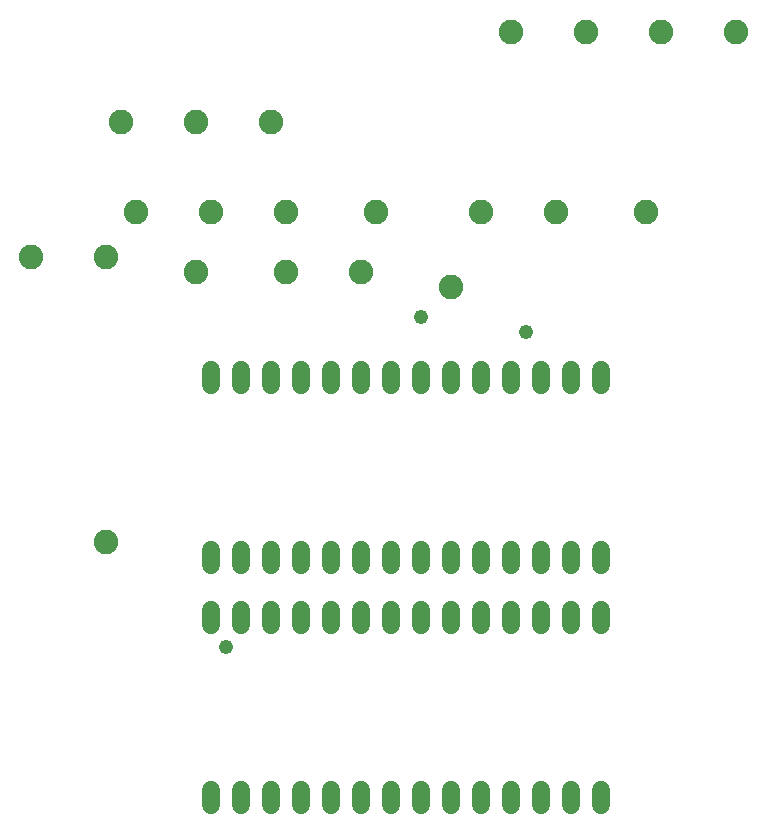
<source format=gts>
G75*
G70*
%OFA0B0*%
%FSLAX24Y24*%
%IPPOS*%
%LPD*%
%AMOC8*
5,1,8,0,0,1.08239X$1,22.5*
%
%ADD10C,0.0600*%
%ADD11C,0.0820*%
%ADD12C,0.0480*%
D10*
X007100Y001840D02*
X007100Y002360D01*
X008100Y002360D02*
X008100Y001840D01*
X009100Y001840D02*
X009100Y002360D01*
X010100Y002360D02*
X010100Y001840D01*
X011100Y001840D02*
X011100Y002360D01*
X012100Y002360D02*
X012100Y001840D01*
X013100Y001840D02*
X013100Y002360D01*
X014100Y002360D02*
X014100Y001840D01*
X015100Y001840D02*
X015100Y002360D01*
X016100Y002360D02*
X016100Y001840D01*
X017100Y001840D02*
X017100Y002360D01*
X018100Y002360D02*
X018100Y001840D01*
X019100Y001840D02*
X019100Y002360D01*
X020100Y002360D02*
X020100Y001840D01*
X020100Y007840D02*
X020100Y008360D01*
X019100Y008360D02*
X019100Y007840D01*
X018100Y007840D02*
X018100Y008360D01*
X017100Y008360D02*
X017100Y007840D01*
X016100Y007840D02*
X016100Y008360D01*
X015100Y008360D02*
X015100Y007840D01*
X014100Y007840D02*
X014100Y008360D01*
X013100Y008360D02*
X013100Y007840D01*
X012100Y007840D02*
X012100Y008360D01*
X011100Y008360D02*
X011100Y007840D01*
X010100Y007840D02*
X010100Y008360D01*
X009100Y008360D02*
X009100Y007840D01*
X008100Y007840D02*
X008100Y008360D01*
X007100Y008360D02*
X007100Y007840D01*
X007100Y009840D02*
X007100Y010360D01*
X008100Y010360D02*
X008100Y009840D01*
X009100Y009840D02*
X009100Y010360D01*
X010100Y010360D02*
X010100Y009840D01*
X011100Y009840D02*
X011100Y010360D01*
X012100Y010360D02*
X012100Y009840D01*
X013100Y009840D02*
X013100Y010360D01*
X014100Y010360D02*
X014100Y009840D01*
X015100Y009840D02*
X015100Y010360D01*
X016100Y010360D02*
X016100Y009840D01*
X017100Y009840D02*
X017100Y010360D01*
X018100Y010360D02*
X018100Y009840D01*
X019100Y009840D02*
X019100Y010360D01*
X020100Y010360D02*
X020100Y009840D01*
X020100Y015840D02*
X020100Y016360D01*
X019100Y016360D02*
X019100Y015840D01*
X018100Y015840D02*
X018100Y016360D01*
X017100Y016360D02*
X017100Y015840D01*
X016100Y015840D02*
X016100Y016360D01*
X015100Y016360D02*
X015100Y015840D01*
X014100Y015840D02*
X014100Y016360D01*
X013100Y016360D02*
X013100Y015840D01*
X012100Y015840D02*
X012100Y016360D01*
X011100Y016360D02*
X011100Y015840D01*
X010100Y015840D02*
X010100Y016360D01*
X009100Y016360D02*
X009100Y015840D01*
X008100Y015840D02*
X008100Y016360D01*
X007100Y016360D02*
X007100Y015840D01*
D11*
X006600Y019600D03*
X007100Y021600D03*
X004600Y021600D03*
X003600Y020100D03*
X001100Y020100D03*
X004100Y024600D03*
X006600Y024600D03*
X009100Y024600D03*
X009600Y021600D03*
X009600Y019600D03*
X012100Y019600D03*
X012600Y021600D03*
X015100Y019100D03*
X016100Y021600D03*
X018600Y021600D03*
X021600Y021600D03*
X022100Y027600D03*
X024600Y027600D03*
X019600Y027600D03*
X017100Y027600D03*
X003600Y010600D03*
D12*
X007600Y007100D03*
X017600Y017600D03*
X014100Y018100D03*
M02*

</source>
